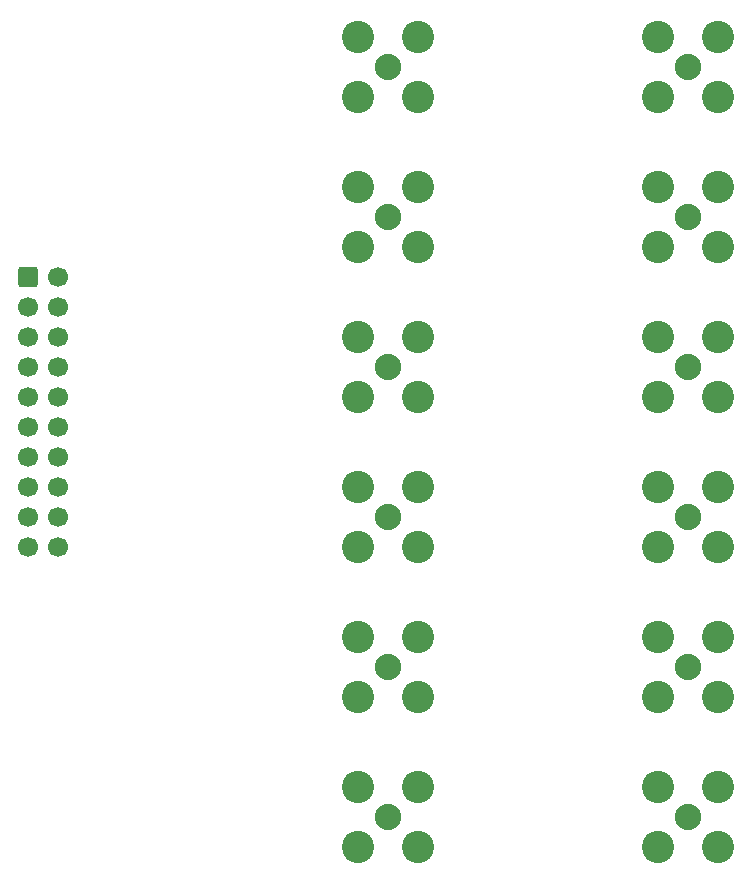
<source format=gbr>
%TF.GenerationSoftware,KiCad,Pcbnew,7.0.7*%
%TF.CreationDate,2023-12-18T11:14:40+01:00*%
%TF.ProjectId,PureDevices_IO_Expander,50757265-4465-4766-9963-65735f494f5f,rev?*%
%TF.SameCoordinates,Original*%
%TF.FileFunction,Soldermask,Bot*%
%TF.FilePolarity,Negative*%
%FSLAX46Y46*%
G04 Gerber Fmt 4.6, Leading zero omitted, Abs format (unit mm)*
G04 Created by KiCad (PCBNEW 7.0.7) date 2023-12-18 11:14:40*
%MOMM*%
%LPD*%
G01*
G04 APERTURE LIST*
G04 Aperture macros list*
%AMRoundRect*
0 Rectangle with rounded corners*
0 $1 Rounding radius*
0 $2 $3 $4 $5 $6 $7 $8 $9 X,Y pos of 4 corners*
0 Add a 4 corners polygon primitive as box body*
4,1,4,$2,$3,$4,$5,$6,$7,$8,$9,$2,$3,0*
0 Add four circle primitives for the rounded corners*
1,1,$1+$1,$2,$3*
1,1,$1+$1,$4,$5*
1,1,$1+$1,$6,$7*
1,1,$1+$1,$8,$9*
0 Add four rect primitives between the rounded corners*
20,1,$1+$1,$2,$3,$4,$5,0*
20,1,$1+$1,$4,$5,$6,$7,0*
20,1,$1+$1,$6,$7,$8,$9,0*
20,1,$1+$1,$8,$9,$2,$3,0*%
G04 Aperture macros list end*
%ADD10C,2.740000*%
%ADD11C,2.240000*%
%ADD12C,1.700000*%
%ADD13RoundRect,0.250000X-0.600000X-0.600000X0.600000X-0.600000X0.600000X0.600000X-0.600000X0.600000X0*%
G04 APERTURE END LIST*
D10*
%TO.C,J12*%
X99060000Y-38100000D03*
X93980000Y-38100000D03*
X99060000Y-33020000D03*
X93980000Y-33020000D03*
D11*
X96520000Y-35560000D03*
%TD*%
D10*
%TO.C,J11*%
X99060000Y-50800000D03*
X93980000Y-50800000D03*
X99060000Y-45720000D03*
X93980000Y-45720000D03*
D11*
X96520000Y-48260000D03*
%TD*%
D10*
%TO.C,J10*%
X99060000Y-63500000D03*
X93980000Y-63500000D03*
X99060000Y-58420000D03*
X93980000Y-58420000D03*
D11*
X96520000Y-60960000D03*
%TD*%
D10*
%TO.C,J9*%
X99060000Y-76200000D03*
X93980000Y-76200000D03*
X99060000Y-71120000D03*
X93980000Y-71120000D03*
D11*
X96520000Y-73660000D03*
%TD*%
%TO.C,J8*%
X96520000Y-86360000D03*
D10*
X93980000Y-83820000D03*
X99060000Y-83820000D03*
X93980000Y-88900000D03*
X99060000Y-88900000D03*
%TD*%
%TO.C,J7*%
X99060000Y-101600000D03*
X93980000Y-101600000D03*
X99060000Y-96520000D03*
X93980000Y-96520000D03*
D11*
X96520000Y-99060000D03*
%TD*%
D10*
%TO.C,J6*%
X73660000Y-38100000D03*
X68580000Y-38100000D03*
X73660000Y-33020000D03*
X68580000Y-33020000D03*
D11*
X71120000Y-35560000D03*
%TD*%
D10*
%TO.C,J5*%
X73660000Y-50800000D03*
X68580000Y-50800000D03*
X73660000Y-45720000D03*
X68580000Y-45720000D03*
D11*
X71120000Y-48260000D03*
%TD*%
D10*
%TO.C,J4*%
X73660000Y-63500000D03*
X68580000Y-63500000D03*
X73660000Y-58420000D03*
X68580000Y-58420000D03*
D11*
X71120000Y-60960000D03*
%TD*%
D10*
%TO.C,J3*%
X73660000Y-76200000D03*
X68580000Y-76200000D03*
X73660000Y-71120000D03*
X68580000Y-71120000D03*
D11*
X71120000Y-73660000D03*
%TD*%
D10*
%TO.C,J2*%
X73660000Y-88900000D03*
X68580000Y-88900000D03*
X73660000Y-83820000D03*
X68580000Y-83820000D03*
D11*
X71120000Y-86360000D03*
%TD*%
D10*
%TO.C,J1*%
X73660000Y-101600000D03*
X68580000Y-101600000D03*
X73660000Y-96520000D03*
X68580000Y-96520000D03*
D11*
X71120000Y-99060000D03*
%TD*%
D12*
%TO.C,J0*%
X43180000Y-76200000D03*
X40640000Y-76200000D03*
X43180000Y-73660000D03*
X40640000Y-73660000D03*
X43180000Y-71120000D03*
X40640000Y-71120000D03*
X43180000Y-68580000D03*
X40640000Y-68580000D03*
X43180000Y-66040000D03*
X40640000Y-66040000D03*
X43180000Y-63500000D03*
X40640000Y-63500000D03*
X43180000Y-60960000D03*
X40640000Y-60960000D03*
X43180000Y-58420000D03*
X40640000Y-58420000D03*
X43180000Y-55880000D03*
X40640000Y-55880000D03*
X43180000Y-53340000D03*
D13*
X40640000Y-53340000D03*
%TD*%
M02*

</source>
